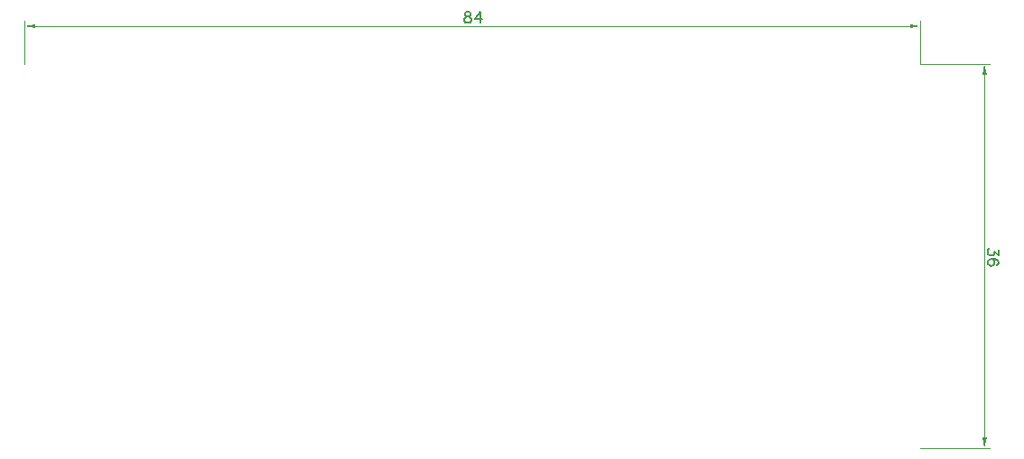
<source format=gbr>
G04 DipTrace 3.3.1.1*
G04 TopDimension.gbr*
%MOIN*%
G04 #@! TF.FileFunction,Drawing,Top*
G04 #@! TF.Part,Single*
%ADD13C,0.001378*%
%ADD25C,0.006176*%
%FSLAX26Y26*%
G04*
G70*
G90*
G75*
G01*
G04 TopDimension*
%LPD*%
X393701Y1811024D2*
D13*
Y1972441D1*
X3700787Y1811024D2*
Y1972441D1*
X2047244Y1952756D2*
X433071D1*
G36*
X393701D2*
X433071Y1960630D1*
Y1944882D1*
X393701Y1952756D1*
G37*
X2047244D2*
D13*
X3661417D1*
G36*
X3700787D2*
X3661417Y1944882D1*
Y1960630D1*
X3700787Y1952756D1*
G37*
Y1811024D2*
D13*
X3956693D1*
X3700787Y393701D2*
X3956693D1*
X3937008Y1102362D2*
Y1771654D1*
G36*
Y1811024D2*
X3944882Y1771654D1*
X3929134D1*
X3937008Y1811024D1*
G37*
Y1102362D2*
D13*
Y433071D1*
G36*
Y393701D2*
X3929134Y433071D1*
X3944882D1*
X3937008Y393701D1*
G37*
X2025984Y2005114D2*
D25*
X2020280Y2003213D1*
X2018334Y1999411D1*
Y1995564D1*
X2020280Y1991761D1*
X2024082Y1989816D1*
X2031732Y1987915D1*
X2037480Y1986013D1*
X2041282Y1982167D1*
X2043184Y1978364D1*
Y1972616D1*
X2041282Y1968813D1*
X2039381Y1966868D1*
X2033633Y1964967D1*
X2025984D1*
X2020280Y1966868D1*
X2018334Y1968813D1*
X2016433Y1972616D1*
Y1978364D1*
X2018334Y1982167D1*
X2022181Y1986013D1*
X2027885Y1987915D1*
X2035534Y1989816D1*
X2039381Y1991761D1*
X2041282Y1995564D1*
Y1999411D1*
X2039381Y2003213D1*
X2033633Y2005114D1*
X2025984D1*
X2074680Y1964967D2*
Y2005114D1*
X2055535Y1978364D1*
X2084231D1*
X3989366Y1127425D2*
Y1106423D1*
X3974068Y1117875D1*
Y1112127D1*
X3972167Y1108324D1*
X3970265Y1106423D1*
X3964517Y1104477D1*
X3960715D1*
X3954967Y1106423D1*
X3951120Y1110225D1*
X3949219Y1115973D1*
Y1121721D1*
X3951120Y1127425D1*
X3953065Y1129326D1*
X3956868Y1131272D1*
X3983663Y1069178D2*
X3987465Y1071079D1*
X3989366Y1076827D1*
Y1080630D1*
X3987465Y1086378D1*
X3981717Y1090225D1*
X3972167Y1092126D1*
X3962616D1*
X3954967Y1090225D1*
X3951120Y1086378D1*
X3949219Y1080630D1*
Y1078729D1*
X3951120Y1073025D1*
X3954967Y1069178D1*
X3960715Y1067277D1*
X3962616D1*
X3968364Y1069178D1*
X3972167Y1073025D1*
X3974068Y1078729D1*
Y1080630D1*
X3972167Y1086378D1*
X3968364Y1090225D1*
X3962616Y1092126D1*
M02*

</source>
